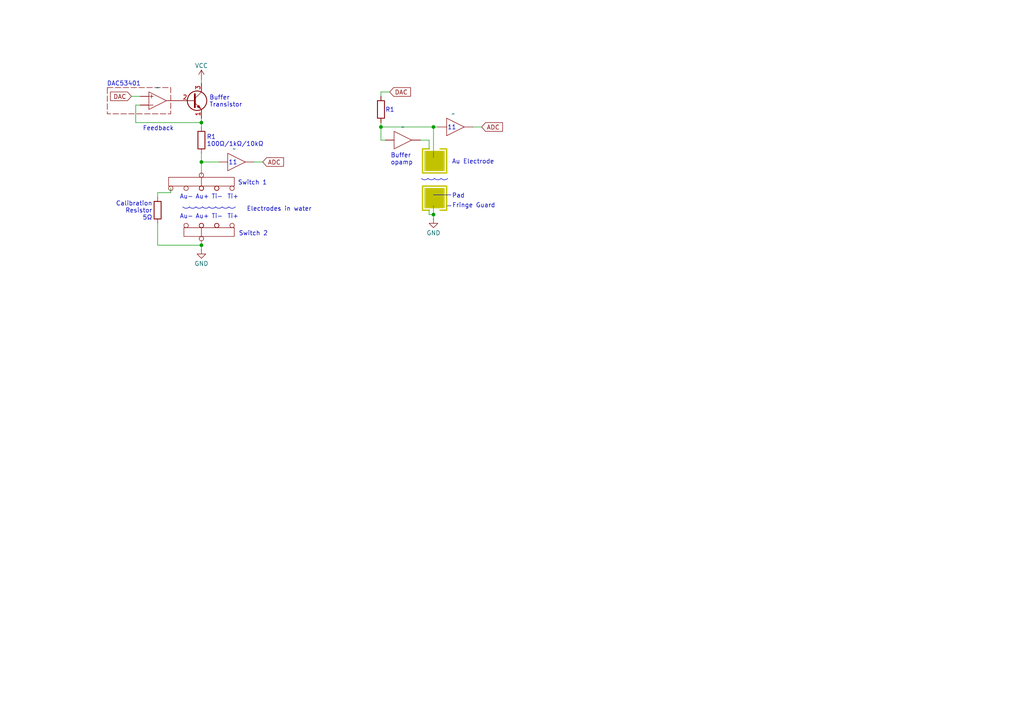
<source format=kicad_sch>
(kicad_sch (version 20231120) (generator "eeschema") (generator_version "8.0")
  (paper "A4")
  (lib_symbols
    (symbol "4022S:OPAMP"
      (property "Reference" "U" (at 0 2.286 0))
      (symbol "OPAMP_0_1"
        (polyline (pts (xy -2.54 2.54) (xy -2.54 -2.54) (xy 2.54 0) (xy -2.54 2.54)))
      )
      (symbol "OPAMP_1_1"
        (pin input line (at -5.08 0 0) (length 2.54) (name "") (number ""))
        (pin input line (at 5.08 0 180) (length 2.54) (name "") (number ""))
      )
    )
    (symbol "4022S:OPAMP_PM"
      (property "Reference" "U" (at 0 2.286 0))
      (symbol "OPAMP_PM_0_1"
        (polyline (pts (xy -2.286 -1.27) (xy -1.27 -1.27)))
        (polyline (pts (xy -2.54 2.54) (xy -2.54 -2.54) (xy 2.54 0) (xy -2.54 2.54)))
        (polyline (pts (xy -2.286 1.27) (xy -1.27 1.27) (xy -1.778 1.27) (xy -1.778 1.778) (xy -1.778 0.762)))
      )
      (symbol "OPAMP_PM_1_1"
        (pin input line (at -5.08 -1.27 0) (length 2.54) (name "") (number ""))
        (pin input line (at -5.08 1.27 0) (length 2.54) (name "") (number ""))
        (pin input line (at 5.08 0 180) (length 2.54) (name "") (number ""))
      )
    )
    (symbol "Device:R" (pin_numbers hide) (pin_names (offset 0))
      (property "Reference" "R" (at 2.032 0 90))
      (property "Value" "R" (at 0 0 90))
      (symbol "R_0_1"
        (rectangle (start -1.016 -2.54) (end 1.016 2.54) (stroke (width 0.254)))
      )
      (symbol "R_1_1"
        (pin passive line (at 0 3.81 270) (length 1.27) (name "~") (number "1"))
        (pin passive line (at 0 -3.81 90) (length 1.27) (name "~") (number "2"))
      )
    )
    (symbol "Transistor_BJT:2N2219" (pin_names (offset 0) hide)
      (property "Reference" "Q" (at 5.08 1.905 0))
      (property "Value" "2N2219" (at 5.08 0 0))
      (symbol "2N2219_0_1"
        (polyline (pts (xy 0.635 0.635) (xy 2.54 2.54)))
        (polyline (pts (xy 0.635 -0.635) (xy 2.54 -2.54) (xy 2.54 -2.54)))
        (polyline (pts (xy 0.635 1.905) (xy 0.635 -1.905) (xy 0.635 -1.905)) (stroke (width 0.508)))
        (polyline (pts (xy 1.27 -1.778) (xy 1.778 -1.27) (xy 2.286 -2.286) (xy 1.27 -1.778) (xy 1.27 -1.778)) (fill (type outline)))
        (circle (center 1.27 0) (radius 2.8194) (stroke (width 0.254)))
      )
      (symbol "2N2219_1_1"
        (pin passive line (at 2.54 -5.08 90) (length 2.54) (name "E") (number "1"))
        (pin passive line (at -5.08 0 0) (length 5.715) (name "B") (number "2"))
        (pin passive line (at 2.54 5.08 270) (length 2.54) (name "C") (number "3"))
      )
    )
    (symbol "power:GND" (power) (pin_numbers hide) (pin_names (offset 0) hide)
      (property "Value" "GND" (at 0 -3.81 0))
      (symbol "GND_0_1"
        (polyline (pts (xy 0 0) (xy 0 -1.27) (xy 1.27 -1.27) (xy 0 -2.54) (xy -1.27 -1.27) (xy 0 -1.27)))
      )
      (symbol "GND_1_1"
        (pin power_in line (at 0 0 270) (length 0) (name "~") (number "1"))
      )
    )
    (symbol "power:VCC" (power) (pin_numbers hide) (pin_names (offset 0) hide)
      (property "Value" "VCC" (at 0 3.556 0))
      (symbol "VCC_0_1"
        (polyline (pts (xy -0.762 1.27) (xy 0 2.54)))
        (polyline (pts (xy 0 0) (xy 0 2.54)))
        (polyline (pts (xy 0 2.54) (xy 0.762 1.27)))
      )
      (symbol "VCC_1_1"
        (pin power_in line (at 0 0 90) (length 0) (name "~") (number "1"))
      )
    )
  )
  (junction (at 110.49 36.83))
  (junction (at 125.73 62.23))
  (junction (at 58.42 46.99))
  (junction (at 125.73 36.83))
  (junction (at 58.42 71.12))
  (junction (at 58.42 35.56))
  (wire (pts (xy 110.49 36.83) (xy 110.49 40.64)))
  (polyline (pts (xy 129.54 59.69) (xy 130.81 59.69)))
  (wire (pts (xy 125.73 62.23) (xy 125.73 63.5)))
  (wire (pts (xy 125.73 45.72) (xy 125.73 36.83)))
  (wire (pts (xy 124.46 40.64) (xy 121.92 40.64)))
  (polyline (pts (xy 58.42 51.435) (xy 58.42 53.975)) (stroke (width 0) (color 132 0 0 1)))
  (wire (pts (xy 49.53 55.88) (xy 45.72 55.88)))
  (wire (pts (xy 58.42 46.99) (xy 63.5 46.99)))
  (wire (pts (xy 58.42 35.56) (xy 58.42 36.83)))
  (wire (pts (xy 124.46 43.18) (xy 124.46 40.64)))
  (polyline (pts (xy 122.555 50.165) (xy 129.54 50.165)) (stroke (width 0.4) (color 194 194 0 1)))
  (polyline (pts (xy 127.635 43.18) (xy 129.54 43.18)) (stroke (width 0.4) (color 194 194 0 1)))
  (wire (pts (xy 45.72 64.77) (xy 45.72 71.12)))
  (wire (pts (xy 49.53 54.61) (xy 49.53 55.88)))
  (polyline (pts (xy 129.54 60.96) (xy 129.54 53.975)) (stroke (width 0.4) (color 194 194 0 1)))
  (wire (pts (xy 39.37 35.56) (xy 58.42 35.56)))
  (wire (pts (xy 125.73 59.69) (xy 125.73 62.23)))
  (wire (pts (xy 58.42 22.86) (xy 58.42 24.13)))
  (polyline (pts (xy 122.555 50.165) (xy 122.555 43.18)) (stroke (width 0.4) (color 194 194 0 1)))
  (wire (pts (xy 137.16 36.83) (xy 139.7 36.83)))
  (wire (pts (xy 110.49 35.56) (xy 110.49 36.83)))
  (wire (pts (xy 58.42 46.99) (xy 58.42 50.8)))
  (wire (pts (xy 58.42 44.45) (xy 58.42 46.99)))
  (wire (pts (xy 110.49 26.67) (xy 110.49 27.94)))
  (polyline (pts (xy 129.54 50.165) (xy 129.54 43.18)) (stroke (width 0.4) (color 194 194 0 1)))
  (wire (pts (xy 58.42 71.12) (xy 58.42 72.39)))
  (polyline (pts (xy 122.555 60.96) (xy 122.555 53.975)) (stroke (width 0.4) (color 194 194 0 1)))
  (wire (pts (xy 39.37 35.56) (xy 39.37 30.48)))
  (wire (pts (xy 58.42 69.85) (xy 58.42 71.12)))
  (wire (pts (xy 73.66 46.99) (xy 76.2 46.99)))
  (polyline (pts (xy 127.635 60.96) (xy 129.54 60.96)) (stroke (width 0.4) (color 194 194 0 1)))
  (wire (pts (xy 45.72 55.88) (xy 45.72 57.15)))
  (wire (pts (xy 38.1 27.94) (xy 40.64 27.94)))
  (wire (pts (xy 124.46 60.96) (xy 124.46 62.23)))
  (wire (pts (xy 125.73 36.83) (xy 127 36.83)))
  (polyline (pts (xy 122.555 43.18) (xy 124.46 43.18)) (stroke (width 0.4) (color 194 194 0 1)))
  (wire (pts (xy 110.49 40.64) (xy 111.76 40.64)))
  (wire (pts (xy 58.42 34.29) (xy 58.42 35.56)))
  (polyline (pts (xy 122.555 53.975) (xy 129.54 53.975)) (stroke (width 0.4) (color 194 194 0 1)))
  (wire (pts (xy 124.46 62.23) (xy 125.73 62.23)))
  (wire (pts (xy 45.72 71.12) (xy 58.42 71.12)))
  (polyline (pts (xy 125.73 56.515) (xy 130.81 56.515)))
  (wire (pts (xy 113.03 26.67) (xy 110.49 26.67)))
  (wire (pts (xy 110.49 36.83) (xy 125.73 36.83)))
  (polyline (pts (xy 122.555 60.96) (xy 124.46 60.96)) (stroke (width 0.4) (color 194 194 0 1)))
  (polyline (pts (xy 58.42 68.58) (xy 58.42 66.04)) (stroke (width 0) (color 132 0 0 1)))
  (wire (pts (xy 39.37 30.48) (xy 40.64 30.48)))
  (circle (center 53.975 65.405) (radius 0.635) (stroke (width 0) (color 132 0 0 1)))
  (rectangle (start 123.19 43.815) (end 128.905 49.53) (stroke (width 0) (color 194 194 0 1)) (fill (type color) (color 194 194 0 1)))
  (circle (center 58.42 69.215) (radius 0.635) (stroke (width 0) (color 132 0 0 1)))
  (arc (start 126.0475 51.7526) (mid 125.095 52.1471) (end 124.1425 51.7526))
  (circle (center 62.865 65.405) (radius 0.635) (stroke (width 0) (color 132 0 0 1)))
  (arc (start 58.7375 60.0076) (mid 57.785 60.4021) (end 56.8325 60.0076))
  (rectangle (start 123.19 54.61) (end 128.905 60.325) (stroke (width 0) (color 194 194 0 1)) (fill (type color) (color 194 194 0 1)))
  (circle (center 58.42 50.8) (radius 0.635) (stroke (width 0) (color 132 0 0 1)))
  (circle (center 62.865 54.61) (radius 0.635) (stroke (width 0) (color 132 0 0 1)))
  (arc (start 56.8325 60.0076) (mid 55.88 60.4021) (end 54.9275 60.0076))
  (circle (center 58.42 65.405) (radius 0.635) (stroke (width 0) (color 132 0 0 1)))
  (circle (center 58.42 54.61) (radius 0.635) (stroke (width 0) (color 132 0 0 1)))
  (circle (center 62.865 65.405) (radius 0.635) (stroke (width 0) (color 132 0 0 1)))
  (rectangle (start 31.115 25.4) (end 49.53 33.02) (stroke (width 0) (type dash) (color 132 0 0 1)))
  (circle (center 58.42 65.405) (radius 0.635) (stroke (width 0) (color 132 0 0 1)))
  (circle (center 58.42 54.61) (radius 0.635) (stroke (width 0) (color 132 0 0 1)))
  (circle (center 67.31 65.405) (radius 0.635) (stroke (width 0) (color 132 0 0 1)))
  (circle (center 67.31 54.61) (radius 0.635) (stroke (width 0) (color 132 0 0 1)))
  (arc (start 60.6425 60.0076) (mid 59.69 60.4021) (end 58.7375 60.0076))
  (arc (start 127.9525 51.7526) (mid 127 52.1471) (end 126.0475 51.7526))
  (arc (start 62.5475 60.0076) (mid 61.595 60.4021) (end 60.6425 60.0076))
  (rectangle (start 53.34 66.04) (end 67.945 68.58) (stroke (width 0) (color 132 0 0 1)))
  (arc (start 68.2625 60.0076) (mid 67.31 60.4021) (end 66.3575 60.0076))
  (circle (center 49.53 54.61) (radius 0.635) (stroke (width 0) (color 132 0 0 1)))
  (arc (start 66.3575 60.0076) (mid 65.405 60.4021) (end 64.4525 60.0076))
  (rectangle (start 48.895 51.435) (end 67.945 53.975) (stroke (width 0) (color 132 0 0 1)))
  (circle (center 62.865 54.61) (radius 0.635) (stroke (width 0) (color 132 0 0 1)))
  (arc (start 129.8575 51.7526) (mid 128.905 52.1471) (end 127.9525 51.7526))
  (arc (start 54.9275 60.0076) (mid 53.975 60.4021) (end 53.0225 60.0076))
  (arc (start 124.1425 51.7526) (mid 123.19 52.1471) (end 122.2375 51.7526))
  (arc (start 64.4525 60.0076) (mid 63.5 60.4021) (end 62.5475 60.0076))
  (circle (center 53.975 54.61) (radius 0.635) (stroke (width 0) (color 132 0 0 1)))
  (text "Buffer \nopamp" (at 113.284 46.228 0) (effects (font (size 1.27 1.27)) (justify left)))
  (text "R1\n100Ω/1kΩ/10kΩ" (at 59.944 40.894 0) (effects (font (size 1.27 1.27)) (justify left)))
  (text "DAC53401" (at 30.988 24.384 0) (effects (font (size 1.27 1.27)) (justify left)))
  (text "11" (at 67.564 47.244 0) (effects (font (size 1.27 1.27))))
  (text "Ti-" (at 62.992 62.865 0) (effects (font (size 1.27 1.27))))
  (text "Switch 1" (at 77.47 53.086 0) (effects (font (size 1.27 1.27)) (justify right)))
  (text "Au+" (at 58.674 57.15 0) (effects (font (size 1.27 1.27))))
  (text "Ti+" (at 67.564 57.15 0) (effects (font (size 1.27 1.27))))
  (text "R1" (at 111.76 32.004 0) (effects (font (size 1.27 1.27)) (justify left)))
  (text "Switch 2" (at 77.724 67.818 0) (effects (font (size 1.27 1.27)) (justify right)))
  (text "Au-" (at 54.102 62.865 0) (effects (font (size 1.27 1.27))))
  (text "Au Electrode" (at 131.064 46.99 0) (effects (font (size 1.27 1.27)) (justify left)))
  (text "Au+" (at 58.674 62.865 0) (effects (font (size 1.27 1.27))))
  (text "Au-" (at 54.102 57.15 0) (effects (font (size 1.27 1.27))))
  (text "Feedback" (at 41.402 37.338 0) (effects (font (size 1.27 1.27)) (justify left)))
  (text "Fringe Guard" (at 137.414 59.69 0) (effects (font (size 1.27 1.27))))
  (text "Pad\n\n" (at 131.064 57.912 0) (effects (font (size 1.27 1.27)) (justify left)))
  (text "Buffer\nTransistor" (at 60.706 29.464 0) (effects (font (size 1.27 1.27)) (justify left)))
  (text "Electrodes in water" (at 90.424 60.706 0) (effects (font (size 1.27 1.27)) (justify right)))
  (text "11" (at 131.064 37.084 0) (effects (font (size 1.27 1.27))))
  (text "Calibration\nResistor\n5Ω" (at 44.196 61.214 0) (effects (font (size 1.27 1.27)) (justify right)))
  (text "Ti-" (at 62.992 57.15 0) (effects (font (size 1.27 1.27))))
  (text "Ti+" (at 67.564 62.865 0) (effects (font (size 1.27 1.27))))
  (global_label "DAC" (shape input) (at 113.03 26.67 0) (property "Intersheetrefs" "${INTERSHEET_REFS}" (effects (hide yes))))
  (global_label "DAC" (shape input) (at 38.1 27.94 180) (property "Intersheetrefs" "${INTERSHEET_REFS}" (effects (hide yes))))
  (global_label "ADC" (shape input) (at 139.7 36.83 0) (property "Intersheetrefs" "${INTERSHEET_REFS}" (effects (hide yes))))
  (global_label "ADC" (shape input) (at 76.2 46.99 0) (property "Intersheetrefs" "${INTERSHEET_REFS}" (effects (hide yes))))
  (symbol (lib_id "4022S:OPAMP_PM") (at 45.72 29.21 0) (unit 1)
    (property "Reference" "U4" (effects (hide yes)))
    (property "Value" "~" (at 45.72 25.4 0))
  )
  (symbol (lib_id "power:VCC") (at 58.42 22.86 0) (unit 1)
    (property "Reference" "#PWR03" (effects (hide yes)))
    (property "Value" "VCC" (at 58.42 19.05 0))
    (property "Description" "Power symbol creates a global label with name \"VCC\"" (effects (hide yes)))
  )
  (symbol (lib_name "4022S:OPAMP") (lib_id "4022S:OPAMP") (at 68.58 46.99 0) (unit 1)
    (property "Reference" "U1" (effects (hide yes)))
    (property "Value" "~" (at 67.945 43.18 0))
  )
  (symbol (lib_id "Device:R") (at 58.42 40.64 0) (unit 1)
    (property "Reference" "R1" (effects (hide yes)))
    (property "Value" "R" (effects (hide yes)))
    (property "Description" "Resistor" (effects (hide yes)))
  )
  (symbol (lib_id "4022S:OPAMP") (at 132.08 36.83 0) (unit 1)
    (property "Reference" "U3" (effects (hide yes)))
    (property "Value" "~" (at 131.445 33.02 0))
  )
  (symbol (lib_id "power:GND") (at 125.73 63.5 0) (unit 1)
    (property "Reference" "#PWR02" (effects (hide yes)))
    (property "Value" "GND" (at 125.73 67.564 0))
    (property "Description" "Power symbol creates a global label with name \"GND\" , ground" (effects (hide yes)))
  )
  (symbol (lib_id "4022S:OPAMP") (at 116.84 40.64 0) (unit 1)
    (property "Reference" "U2" (effects (hide yes)))
    (property "Value" "~" (at 116.84 36.83 0))
  )
  (symbol (lib_id "Device:R") (at 110.49 31.75 180) (unit 1)
    (property "Reference" "R2" (effects (hide yes)))
    (property "Value" "R" (effects (hide yes)))
    (property "Description" "Resistor" (effects (hide yes)))
  )
  (symbol (lib_id "Device:R") (at 45.72 60.96 0) (mirror y) (unit 1)
    (property "Reference" "Calibration1" (effects (hide yes)))
    (property "Value" "5Ω" (effects (hide yes)))
    (property "Description" "Resistor" (effects (hide yes)))
  )
  (symbol (lib_id "power:GND") (at 58.42 72.39 0) (unit 1)
    (property "Reference" "#PWR01" (effects (hide yes)))
    (property "Value" "GND" (at 58.42 76.454 0))
    (property "Description" "Power symbol creates a global label with name \"GND\" , ground" (effects (hide yes)))
  )
  (symbol (lib_id "Transistor_BJT:2N2219") (at 55.88 29.21 0) (unit 1)
    (property "Reference" "Q1" (effects (hide yes)))
    (property "Value" "2N2219" (effects (hide yes)))
    (property "Footprint" "Package_TO_SOT_THT:TO-39-3" (effects (hide yes)))
    (property "Datasheet" "http://www.onsemi.com/pub_link/Collateral/2N2219-D.PDF" (effects (hide yes)))
    (property "Description" "800mA Ic, 50V Vce, NPN Transistor, TO-39" (effects (hide yes)))
  )
)
</source>
